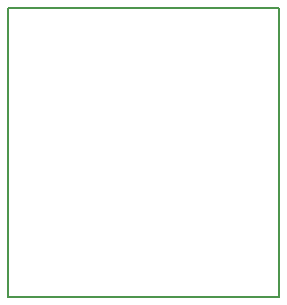
<source format=gm1>
G04 #@! TF.GenerationSoftware,KiCad,Pcbnew,(6.0.5)*
G04 #@! TF.CreationDate,2022-07-09T20:46:05-07:00*
G04 #@! TF.ProjectId,interface,696e7465-7266-4616-9365-2e6b69636164,1*
G04 #@! TF.SameCoordinates,Original*
G04 #@! TF.FileFunction,Profile,NP*
%FSLAX46Y46*%
G04 Gerber Fmt 4.6, Leading zero omitted, Abs format (unit mm)*
G04 Created by KiCad (PCBNEW (6.0.5)) date 2022-07-09 20:46:05*
%MOMM*%
%LPD*%
G01*
G04 APERTURE LIST*
G04 #@! TA.AperFunction,Profile*
%ADD10C,0.127000*%
G04 #@! TD*
G04 APERTURE END LIST*
D10*
X50000000Y-50000000D02*
X73000000Y-50000000D01*
X73000000Y-50000000D02*
X73000000Y-74500000D01*
X73000000Y-74500000D02*
X50000000Y-74500000D01*
X50000000Y-74500000D02*
X50000000Y-50000000D01*
M02*

</source>
